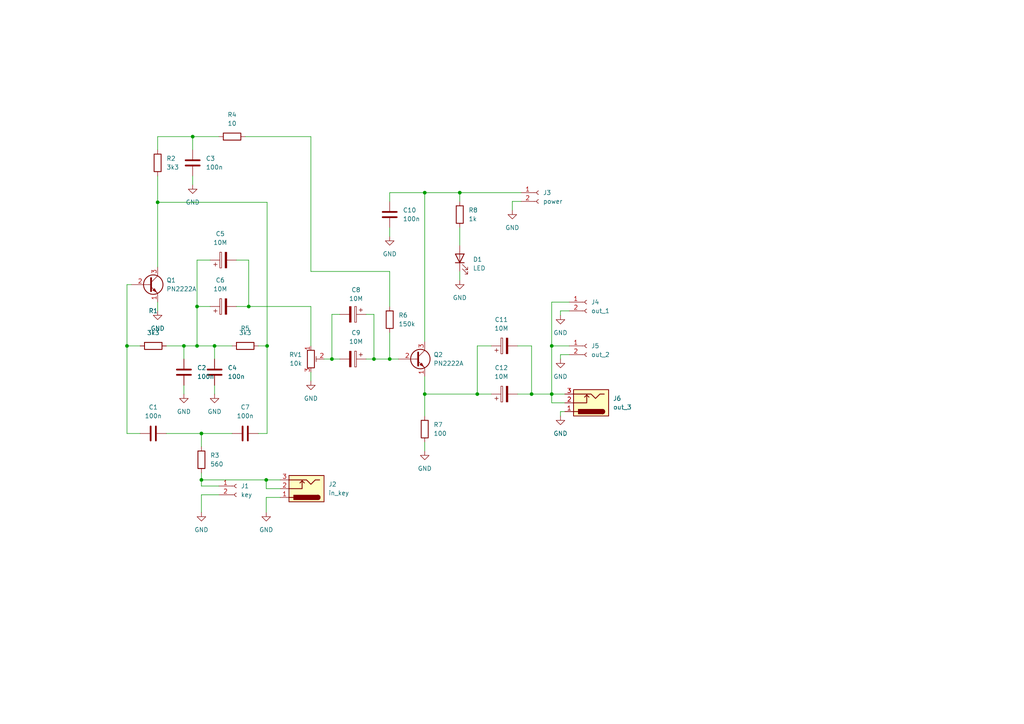
<source format=kicad_sch>
(kicad_sch (version 20211123) (generator eeschema)
  (paper "A4")
  (lib_symbols
    (symbol "Connector:Barrel_Jack_Switch_Pin3Ring" (pin_names hide)
      (property "Reference" "J" (at 0 5.334 0))
      (property "Value" "Barrel_Jack_Switch_Pin3Ring" (at 0 -5.08 0))
      (symbol "Barrel_Jack_Switch_Pin3Ring_0_1"
        (rectangle (start -5.08 3.81) (end 5.08 -3.81) (stroke (width 0.254)) (fill (type background)))
        (arc (start -3.302 3.175) (mid -3.937 2.54) (end -3.302 1.905) (stroke (width 0.254)))
        (arc (start -3.302 3.175) (mid -3.937 2.54) (end -3.302 1.905) (stroke (width 0.254)) (fill (type outline)))
        (polyline (pts (xy 1.27 -2.286) (xy 1.905 -1.651)) (stroke (width 0.254)))
        (polyline (pts (xy 5.08 2.54) (xy 3.81 2.54)) (stroke (width 0.254)))
        (polyline (pts (xy 5.08 0) (xy 1.27 0) (xy 1.27 -2.286) (xy 0.635 -1.651)) (stroke (width 0.254)))
        (polyline (pts (xy -3.81 -2.54) (xy -2.54 -2.54) (xy -1.27 -1.27) (xy 0 -2.54) (xy 2.54 -2.54) (xy 5.08 -2.54)) (stroke (width 0.254)))
        (rectangle (start 3.683 3.175) (end -3.302 1.905) (stroke (width 0.254)) (fill (type outline)))
      )
      (symbol "Barrel_Jack_Switch_Pin3Ring_1_1"
        (pin passive line (at 7.62 2.54 180) (length 2.54) (name "~") (number "1"))
        (pin passive line (at 7.62 0 180) (length 2.54) (name "~") (number "2"))
        (pin passive line (at 7.62 -2.54 180) (length 2.54) (name "~") (number "3"))
      )
    )
    (symbol "Connector:Conn_01x02_Female" (pin_names (offset 1.016) hide)
      (property "Reference" "J" (at 0 2.54 0))
      (property "Value" "Conn_01x02_Female" (at 0 -5.08 0))
      (symbol "Conn_01x02_Female_1_1"
        (arc (start 0 -2.032) (mid -0.508 -2.54) (end 0 -3.048) (stroke (width 0.1524)))
        (polyline (pts (xy -1.27 -2.54) (xy -0.508 -2.54)) (stroke (width 0.1524)))
        (polyline (pts (xy -1.27 0) (xy -0.508 0)) (stroke (width 0.1524)))
        (arc (start 0 0.508) (mid -0.508 0) (end 0 -0.508) (stroke (width 0.1524)))
        (pin passive line (at -5.08 0 0) (length 3.81) (name "Pin_1") (number "1"))
        (pin passive line (at -5.08 -2.54 0) (length 3.81) (name "Pin_2") (number "2"))
      )
    )
    (symbol "Device:C" (pin_numbers hide) (pin_names (offset 0.254))
      (property "Reference" "C" (at 0.635 2.54 0))
      (property "Value" "C" (at 0.635 -2.54 0))
      (symbol "C_0_1"
        (polyline (pts (xy -2.032 -0.762) (xy 2.032 -0.762)) (stroke (width 0.508)))
        (polyline (pts (xy -2.032 0.762) (xy 2.032 0.762)) (stroke (width 0.508)))
      )
      (symbol "C_1_1"
        (pin passive line (at 0 3.81 270) (length 2.794) (name "~") (number "1"))
        (pin passive line (at 0 -3.81 90) (length 2.794) (name "~") (number "2"))
      )
    )
    (symbol "Device:C_Polarized" (pin_numbers hide) (pin_names (offset 0.254))
      (property "Reference" "C" (at 0.635 2.54 0))
      (property "Value" "C_Polarized" (at 0.635 -2.54 0))
      (symbol "C_Polarized_0_1"
        (rectangle (start -2.286 0.508) (end 2.286 1.016))
        (polyline (pts (xy -1.778 2.286) (xy -0.762 2.286)))
        (polyline (pts (xy -1.27 2.794) (xy -1.27 1.778)))
        (rectangle (start 2.286 -0.508) (end -2.286 -1.016) (fill (type outline)))
      )
      (symbol "C_Polarized_1_1"
        (pin passive line (at 0 3.81 270) (length 2.794) (name "~") (number "1"))
        (pin passive line (at 0 -3.81 90) (length 2.794) (name "~") (number "2"))
      )
    )
    (symbol "Device:LED" (pin_numbers hide) (pin_names (offset 1.016) hide)
      (property "Reference" "D" (at 0 2.54 0))
      (property "Value" "LED" (at 0 -2.54 0))
      (symbol "LED_0_1"
        (polyline (pts (xy -1.27 -1.27) (xy -1.27 1.27)) (stroke (width 0.254)))
        (polyline (pts (xy -1.27 0) (xy 1.27 0)))
        (polyline (pts (xy 1.27 -1.27) (xy 1.27 1.27) (xy -1.27 0) (xy 1.27 -1.27)) (stroke (width 0.254)))
        (polyline (pts (xy -3.048 -0.762) (xy -4.572 -2.286) (xy -3.81 -2.286) (xy -4.572 -2.286) (xy -4.572 -1.524)))
        (polyline (pts (xy -1.778 -0.762) (xy -3.302 -2.286) (xy -2.54 -2.286) (xy -3.302 -2.286) (xy -3.302 -1.524)))
      )
      (symbol "LED_1_1"
        (pin passive line (at -3.81 0 0) (length 2.54) (name "K") (number "1"))
        (pin passive line (at 3.81 0 180) (length 2.54) (name "A") (number "2"))
      )
    )
    (symbol "Device:R" (pin_numbers hide) (pin_names (offset 0))
      (property "Reference" "R" (at 2.032 0 90))
      (property "Value" "R" (at 0 0 90))
      (symbol "R_0_1"
        (rectangle (start -1.016 -2.54) (end 1.016 2.54) (stroke (width 0.254)))
      )
      (symbol "R_1_1"
        (pin passive line (at 0 3.81 270) (length 1.27) (name "~") (number "1"))
        (pin passive line (at 0 -3.81 90) (length 1.27) (name "~") (number "2"))
      )
    )
    (symbol "Device:R_Potentiometer_Trim" (pin_names (offset 1.016) hide)
      (property "Reference" "RV" (at -4.445 0 90))
      (property "Value" "R_Potentiometer_Trim" (at -2.54 0 90))
      (symbol "R_Potentiometer_Trim_0_1"
        (polyline (pts (xy 1.524 0.762) (xy 1.524 -0.762)))
        (polyline (pts (xy 2.54 0) (xy 1.524 0)))
        (rectangle (start 1.016 2.54) (end -1.016 -2.54) (stroke (width 0.254)))
      )
      (symbol "R_Potentiometer_Trim_1_1"
        (pin passive line (at 0 3.81 270) (length 1.27) (name "1") (number "1"))
        (pin passive line (at 3.81 0 180) (length 1.27) (name "2") (number "2"))
        (pin passive line (at 0 -3.81 90) (length 1.27) (name "3") (number "3"))
      )
    )
    (symbol "Transistor_BJT:PN2222A" (pin_names (offset 0) hide)
      (property "Reference" "Q" (at 5.08 1.905 0))
      (property "Value" "PN2222A" (at 5.08 0 0))
      (symbol "PN2222A_0_1"
        (polyline (pts (xy 0 0) (xy 0.635 0)))
        (polyline (pts (xy 2.54 -2.54) (xy 0.635 -0.635)))
        (polyline (pts (xy 2.54 2.54) (xy 0.635 0.635)))
        (polyline (pts (xy 0.635 1.905) (xy 0.635 -1.905) (xy 0.635 -1.905)) (stroke (width 0.508)))
        (polyline (pts (xy 2.413 -2.413) (xy 1.905 -1.905) (xy 1.905 -1.905)))
        (polyline (pts (xy 1.143 -1.651) (xy 1.651 -1.143) (xy 2.159 -2.159) (xy 1.143 -1.651) (xy 1.143 -1.651)) (fill (type outline)))
        (circle (center 1.27 0) (radius 2.8194) (stroke (width 0.254)))
      )
      (symbol "PN2222A_1_1"
        (pin passive line (at 2.54 -5.08 90) (length 2.54) (name "E") (number "1"))
        (pin input line (at -5.08 0 0) (length 5.08) (name "B") (number "2"))
        (pin passive line (at 2.54 5.08 270) (length 2.54) (name "C") (number "3"))
      )
    )
    (symbol "power:GND" (power) (pin_names (offset 0))
      (property "Value" "GND" (at 0 -3.81 0))
      (symbol "GND_0_1"
        (polyline (pts (xy 0 0) (xy 0 -1.27) (xy 1.27 -1.27) (xy 0 -2.54) (xy -1.27 -1.27) (xy 0 -1.27)))
      )
      (symbol "GND_1_1"
        (pin power_in line (at 0 0 270) (length 0) hide (name "GND") (number "1"))
      )
    )
  )
  (junction (at 55.88 39.624))
  (junction (at 77.216 139.192))
  (junction (at 58.42 139.192))
  (junction (at 133.35 55.88))
  (junction (at 160.02 100.33))
  (junction (at 72.136 88.9))
  (junction (at 108.458 104.14))
  (junction (at 96.266 104.14))
  (junction (at 58.42 125.73))
  (junction (at 123.19 55.88))
  (junction (at 160.02 114.3))
  (junction (at 62.23 100.33))
  (junction (at 154.178 114.3))
  (junction (at 57.15 100.33))
  (junction (at 138.43 114.3))
  (junction (at 77.47 100.33))
  (junction (at 123.19 114.3))
  (junction (at 53.34 100.33))
  (junction (at 45.72 58.674))
  (junction (at 36.83 100.33))
  (junction (at 113.03 104.14))
  (junction (at 57.15 88.9))
  (wire (pts (xy 162.56 90.17) (xy 162.56 91.44)))
  (wire (pts (xy 133.35 55.88) (xy 133.35 58.42)))
  (wire (pts (xy 163.83 119.38) (xy 162.56 119.38)))
  (wire (pts (xy 60.96 75.438) (xy 57.15 75.438)))
  (wire (pts (xy 123.19 109.22) (xy 123.19 114.3)))
  (wire (pts (xy 96.266 104.14) (xy 98.552 104.14)))
  (wire (pts (xy 58.42 139.192) (xy 58.42 140.97)))
  (wire (pts (xy 133.35 66.04) (xy 133.35 71.12)))
  (wire (pts (xy 113.03 78.74) (xy 113.03 88.9)))
  (wire (pts (xy 62.23 111.76) (xy 62.23 114.3)))
  (wire (pts (xy 160.02 87.63) (xy 160.02 100.33)))
  (wire (pts (xy 113.03 58.42) (xy 113.03 55.88)))
  (wire (pts (xy 81.28 141.732) (xy 77.216 141.732)))
  (wire (pts (xy 62.23 104.14) (xy 62.23 100.33)))
  (wire (pts (xy 113.03 96.52) (xy 113.03 104.14)))
  (wire (pts (xy 90.17 78.74) (xy 113.03 78.74)))
  (wire (pts (xy 123.19 55.88) (xy 133.35 55.88)))
  (wire (pts (xy 160.02 114.3) (xy 160.02 116.84)))
  (wire (pts (xy 160.02 114.3) (xy 163.83 114.3)))
  (wire (pts (xy 165.1 102.87) (xy 162.56 102.87)))
  (wire (pts (xy 81.28 144.272) (xy 77.216 144.272)))
  (wire (pts (xy 160.02 100.33) (xy 160.02 114.3)))
  (wire (pts (xy 55.88 51.054) (xy 55.88 53.594)))
  (wire (pts (xy 113.03 66.04) (xy 113.03 68.58)))
  (wire (pts (xy 57.15 100.33) (xy 62.23 100.33)))
  (wire (pts (xy 48.26 100.33) (xy 53.34 100.33)))
  (wire (pts (xy 58.42 140.97) (xy 63.5 140.97)))
  (wire (pts (xy 162.56 119.38) (xy 162.56 120.65)))
  (wire (pts (xy 63.5 39.624) (xy 55.88 39.624)))
  (wire (pts (xy 36.83 125.73) (xy 40.64 125.73)))
  (wire (pts (xy 53.34 100.33) (xy 57.15 100.33)))
  (wire (pts (xy 58.42 143.51) (xy 63.5 143.51)))
  (wire (pts (xy 93.98 104.14) (xy 96.266 104.14)))
  (wire (pts (xy 58.42 148.59) (xy 58.42 143.51)))
  (wire (pts (xy 160.02 100.33) (xy 165.1 100.33)))
  (wire (pts (xy 55.88 39.624) (xy 45.72 39.624)))
  (wire (pts (xy 36.83 100.33) (xy 36.83 125.73)))
  (wire (pts (xy 150.114 114.3) (xy 154.178 114.3)))
  (wire (pts (xy 113.03 104.14) (xy 115.57 104.14)))
  (wire (pts (xy 58.42 125.73) (xy 58.42 129.54)))
  (wire (pts (xy 165.1 90.17) (xy 162.56 90.17)))
  (wire (pts (xy 68.58 75.438) (xy 72.136 75.438)))
  (wire (pts (xy 55.88 39.624) (xy 55.88 43.434)))
  (wire (pts (xy 58.42 137.16) (xy 58.42 139.192)))
  (wire (pts (xy 163.83 116.84) (xy 160.02 116.84)))
  (wire (pts (xy 45.72 39.624) (xy 45.72 43.434)))
  (wire (pts (xy 123.19 128.27) (xy 123.19 130.81)))
  (wire (pts (xy 45.72 58.674) (xy 45.72 51.054)))
  (wire (pts (xy 77.216 139.192) (xy 58.42 139.192)))
  (wire (pts (xy 162.56 102.87) (xy 162.56 104.14)))
  (wire (pts (xy 60.96 88.9) (xy 57.15 88.9)))
  (wire (pts (xy 165.1 87.63) (xy 160.02 87.63)))
  (wire (pts (xy 154.178 114.3) (xy 160.02 114.3)))
  (wire (pts (xy 71.12 39.624) (xy 90.17 39.624)))
  (wire (pts (xy 133.35 55.88) (xy 151.13 55.88)))
  (wire (pts (xy 142.494 100.33) (xy 138.43 100.33)))
  (wire (pts (xy 36.83 82.55) (xy 36.83 100.33)))
  (wire (pts (xy 48.26 125.73) (xy 58.42 125.73)))
  (wire (pts (xy 58.42 125.73) (xy 67.31 125.73)))
  (wire (pts (xy 113.03 55.88) (xy 123.19 55.88)))
  (wire (pts (xy 74.93 100.33) (xy 77.47 100.33)))
  (wire (pts (xy 154.178 100.33) (xy 154.178 114.3)))
  (wire (pts (xy 74.93 125.73) (xy 77.47 125.73)))
  (wire (pts (xy 77.47 58.674) (xy 45.72 58.674)))
  (wire (pts (xy 77.216 144.272) (xy 77.216 148.59)))
  (wire (pts (xy 77.47 125.73) (xy 77.47 100.33)))
  (wire (pts (xy 90.17 39.624) (xy 90.17 78.74)))
  (wire (pts (xy 148.59 58.42) (xy 148.59 60.96)))
  (wire (pts (xy 57.15 88.9) (xy 57.15 100.33)))
  (wire (pts (xy 151.13 58.42) (xy 148.59 58.42)))
  (wire (pts (xy 138.43 100.33) (xy 138.43 114.3)))
  (wire (pts (xy 133.35 78.74) (xy 133.35 81.28)))
  (wire (pts (xy 77.47 100.33) (xy 77.47 58.674)))
  (wire (pts (xy 98.552 91.186) (xy 96.266 91.186)))
  (wire (pts (xy 123.19 114.3) (xy 123.19 120.65)))
  (wire (pts (xy 123.19 114.3) (xy 138.43 114.3)))
  (wire (pts (xy 90.17 107.95) (xy 90.17 110.49)))
  (wire (pts (xy 72.136 88.9) (xy 90.17 88.9)))
  (wire (pts (xy 72.136 75.438) (xy 72.136 88.9)))
  (wire (pts (xy 138.43 114.3) (xy 142.494 114.3)))
  (wire (pts (xy 90.17 88.9) (xy 90.17 100.33)))
  (wire (pts (xy 150.114 100.33) (xy 154.178 100.33)))
  (wire (pts (xy 38.1 82.55) (xy 36.83 82.55)))
  (wire (pts (xy 81.28 139.192) (xy 77.216 139.192)))
  (wire (pts (xy 45.72 87.63) (xy 45.72 90.17)))
  (wire (pts (xy 68.58 88.9) (xy 72.136 88.9)))
  (wire (pts (xy 62.23 100.33) (xy 67.31 100.33)))
  (wire (pts (xy 123.19 55.88) (xy 123.19 99.06)))
  (wire (pts (xy 108.458 91.186) (xy 108.458 104.14)))
  (wire (pts (xy 53.34 104.14) (xy 53.34 100.33)))
  (wire (pts (xy 45.72 58.674) (xy 45.72 77.47)))
  (wire (pts (xy 108.458 104.14) (xy 113.03 104.14)))
  (wire (pts (xy 77.216 141.732) (xy 77.216 139.192)))
  (wire (pts (xy 57.15 75.438) (xy 57.15 88.9)))
  (wire (pts (xy 106.172 91.186) (xy 108.458 91.186)))
  (wire (pts (xy 106.172 104.14) (xy 108.458 104.14)))
  (wire (pts (xy 36.83 100.33) (xy 40.64 100.33)))
  (wire (pts (xy 53.34 111.76) (xy 53.34 114.3)))
  (wire (pts (xy 96.266 91.186) (xy 96.266 104.14)))
  (symbol (lib_id "Device:R") (at 58.42 133.35 180) (unit 1)
    (property "Reference" "R3" (at 60.96 132.0799 0) (effects (justify right)))
    (property "Value" "560" (at 60.96 134.6199 0) (effects (justify right)))
    (property "Footprint" "Resistor_SMD:R_1206_3216Metric_Pad1.30x1.75mm_HandSolder" (effects hide))
  )
  (symbol (lib_id "Device:LED") (at 133.35 74.93 90) (unit 1)
    (property "Reference" "D1" (at 137.16 75.2474 90) (effects (justify right)))
    (property "Value" "LED" (at 137.16 77.7874 90) (effects (justify right)))
    (property "Footprint" "LED_THT:LED_D3.0mm" (effects hide))
  )
  (symbol (lib_id "Connector:Conn_01x02_Female") (at 68.58 140.97 0) (unit 1)
    (property "Reference" "J1" (at 69.85 140.9699 0) (effects (justify left)))
    (property "Value" "key" (at 69.85 143.5099 0) (effects (justify left)))
    (property "Footprint" "A_library:PinHeader_1x02_P2.54mm_Vertical" (effects hide))
  )
  (symbol (lib_id "Device:C") (at 113.03 62.23 0) (unit 1)
    (property "Reference" "C10" (at 116.84 60.9599 0) (effects (justify left)))
    (property "Value" "100n" (at 116.84 63.4999 0) (effects (justify left)))
    (property "Footprint" "A_library:C_Disc_D5.0mm_W2.5mm_P2.50mm" (effects hide))
  )
  (symbol (lib_id "Device:C_Polarized") (at 102.362 91.186 270) (unit 1)
    (property "Reference" "C8" (at 103.251 84.074 90))
    (property "Value" "10M" (at 103.251 86.614 90))
    (property "Footprint" "Capacitor_THT:CP_Radial_D7.5mm_P2.50mm" (effects hide))
  )
  (symbol (lib_id "Device:C_Polarized") (at 64.77 75.438 90) (unit 1)
    (property "Reference" "C5" (at 63.881 67.818 90))
    (property "Value" "10M" (at 63.881 70.358 90))
    (property "Footprint" "Capacitor_THT:CP_Radial_D7.5mm_P2.50mm" (effects hide))
  )
  (symbol (lib_id "Transistor_BJT:PN2222A") (at 43.18 82.55 0) (unit 1)
    (property "Reference" "Q1" (at 48.26 81.2799 0) (effects (justify left)))
    (property "Value" "PN2222A" (at 48.26 83.8199 0) (effects (justify left)))
    (property "Footprint" "A_library:TO-92L_HandSolder" (effects hide))
    (property "Datasheet" "https://www.onsemi.com/pub/Collateral/PN2222-D.PDF" (effects hide))
  )
  (symbol (lib_id "power:GND") (at 113.03 68.58 0) (unit 1)
    (property "Reference" "#PWR08" (effects hide))
    (property "Value" "GND" (at 113.03 73.66 0))
  )
  (symbol (lib_id "power:GND") (at 55.88 53.594 0) (unit 1)
    (property "Reference" "#PWR03" (effects hide))
    (property "Value" "GND" (at 55.88 58.674 0))
  )
  (symbol (lib_id "Device:C_Polarized") (at 102.362 104.14 270) (unit 1)
    (property "Reference" "C9" (at 103.251 96.52 90))
    (property "Value" "10M" (at 103.251 99.06 90))
    (property "Footprint" "Capacitor_THT:CP_Radial_D7.5mm_P2.50mm" (effects hide))
  )
  (symbol (lib_id "Device:R") (at 67.31 39.624 90) (unit 1)
    (property "Reference" "R4" (at 67.31 33.274 90))
    (property "Value" "10" (at 67.31 35.814 90))
    (property "Footprint" "Resistor_SMD:R_1206_3216Metric_Pad1.30x1.75mm_HandSolder" (effects hide))
  )
  (symbol (lib_id "Device:C") (at 62.23 107.95 0) (unit 1)
    (property "Reference" "C4" (at 66.04 106.6799 0) (effects (justify left)))
    (property "Value" "100n" (at 66.04 109.2199 0) (effects (justify left)))
    (property "Footprint" "A_library:C_Disc_D5.0mm_W2.5mm_P2.50mm" (effects hide))
  )
  (symbol (lib_id "power:GND") (at 53.34 114.3 0) (unit 1)
    (property "Reference" "#PWR02" (effects hide))
    (property "Value" "GND" (at 53.34 119.38 0))
  )
  (symbol (lib_id "power:GND") (at 58.42 148.59 0) (unit 1)
    (property "Reference" "#PWR04" (effects hide))
    (property "Value" "GND" (at 58.42 153.67 0))
  )
  (symbol (lib_id "Device:C") (at 71.12 125.73 90) (unit 1)
    (property "Reference" "C7" (at 71.12 118.11 90))
    (property "Value" "100n" (at 71.12 120.65 90))
    (property "Footprint" "A_library:C_Disc_D5.0mm_W2.5mm_P2.50mm" (effects hide))
  )
  (symbol (lib_id "Device:R_Potentiometer_Trim") (at 90.17 104.14 0) (unit 1)
    (property "Reference" "RV1" (at 87.63 102.8699 0) (effects (justify right)))
    (property "Value" "10k" (at 87.63 105.4099 0) (effects (justify right)))
    (property "Footprint" "Potentiometer_THT:Potentiometer_Piher_PT-6-H_Horizontal" (effects hide))
  )
  (symbol (lib_id "power:GND") (at 123.19 130.81 0) (unit 1)
    (property "Reference" "#PWR09" (effects hide))
    (property "Value" "GND" (at 123.19 135.89 0))
  )
  (symbol (lib_id "Device:C_Polarized") (at 146.304 100.33 90) (unit 1)
    (property "Reference" "C11" (at 145.415 92.71 90))
    (property "Value" "10M" (at 145.415 95.25 90))
    (property "Footprint" "Capacitor_THT:CP_Radial_D7.5mm_P2.50mm" (effects hide))
  )
  (symbol (lib_id "power:GND") (at 90.17 110.49 0) (unit 1)
    (property "Reference" "#PWR07" (effects hide))
    (property "Value" "GND" (at 90.17 115.57 0))
  )
  (symbol (lib_id "Device:R") (at 113.03 92.71 180) (unit 1)
    (property "Reference" "R6" (at 115.57 91.4399 0) (effects (justify right)))
    (property "Value" "150k" (at 115.57 93.9799 0) (effects (justify right)))
    (property "Footprint" "Resistor_SMD:R_1206_3216Metric_Pad1.30x1.75mm_HandSolder" (effects hide))
  )
  (symbol (lib_id "Device:R") (at 71.12 100.33 90) (unit 1)
    (property "Reference" "R5" (at 71.12 95.25 90))
    (property "Value" "3k3" (at 71.12 96.52 90))
    (property "Footprint" "Resistor_SMD:R_1206_3216Metric_Pad1.30x1.75mm_HandSolder" (effects hide))
  )
  (symbol (lib_id "power:GND") (at 62.23 114.3 0) (unit 1)
    (property "Reference" "#PWR05" (effects hide))
    (property "Value" "GND" (at 62.23 119.38 0))
  )
  (symbol (lib_id "Device:C") (at 44.45 125.73 90) (unit 1)
    (property "Reference" "C1" (at 44.45 118.11 90))
    (property "Value" "100n" (at 44.45 120.65 90))
    (property "Footprint" "A_library:C_Disc_D5.0mm_W2.5mm_P2.50mm" (effects hide))
  )
  (symbol (lib_id "Connector:Conn_01x02_Female") (at 170.18 100.33 0) (unit 1)
    (property "Reference" "J5" (at 171.45 100.3299 0) (effects (justify left)))
    (property "Value" "out_2" (at 171.45 102.8699 0) (effects (justify left)))
    (property "Footprint" "A_library:PinHeader_1x02_P2.54mm_Vertical" (effects hide))
  )
  (symbol (lib_id "Device:C") (at 55.88 47.244 0) (unit 1)
    (property "Reference" "C3" (at 59.69 45.9739 0) (effects (justify left)))
    (property "Value" "100n" (at 59.69 48.5139 0) (effects (justify left)))
    (property "Footprint" "A_library:C_Disc_D5.0mm_W2.5mm_P2.50mm" (effects hide))
  )
  (symbol (lib_id "power:GND") (at 162.56 91.44 0) (unit 1)
    (property "Reference" "#PWR012" (effects hide))
    (property "Value" "GND" (at 162.56 96.52 0))
  )
  (symbol (lib_id "Connector:Conn_01x02_Female") (at 156.21 55.88 0) (unit 1)
    (property "Reference" "J3" (at 157.48 55.8799 0) (effects (justify left)))
    (property "Value" "power" (at 157.48 58.4199 0) (effects (justify left)))
    (property "Footprint" "A_library:PinHeader_1x02_P2.54mm_Vertical" (effects hide))
  )
  (symbol (lib_id "Device:C_Polarized") (at 146.304 114.3 90) (unit 1)
    (property "Reference" "C12" (at 145.415 106.68 90))
    (property "Value" "10M" (at 145.415 109.22 90))
    (property "Footprint" "Capacitor_THT:CP_Radial_D7.5mm_P2.50mm" (effects hide))
  )
  (symbol (lib_id "Transistor_BJT:PN2222A") (at 120.65 104.14 0) (unit 1)
    (property "Reference" "Q2" (at 125.73 102.8699 0) (effects (justify left)))
    (property "Value" "PN2222A" (at 125.73 105.4099 0) (effects (justify left)))
    (property "Footprint" "A_library:TO-92L_HandSolder" (effects hide))
    (property "Datasheet" "https://www.onsemi.com/pub/Collateral/PN2222-D.PDF" (effects hide))
  )
  (symbol (lib_id "power:GND") (at 148.59 60.96 0) (unit 1)
    (property "Reference" "#PWR011" (effects hide))
    (property "Value" "GND" (at 148.59 66.04 0))
  )
  (symbol (lib_id "Device:R") (at 123.19 124.46 180) (unit 1)
    (property "Reference" "R7" (at 125.73 123.1899 0) (effects (justify right)))
    (property "Value" "100" (at 125.73 125.7299 0) (effects (justify right)))
    (property "Footprint" "Resistor_SMD:R_1206_3216Metric_Pad1.30x1.75mm_HandSolder" (effects hide))
  )
  (symbol (lib_id "Device:R") (at 44.45 100.33 90) (unit 1)
    (property "Reference" "R1" (at 44.45 90.17 90))
    (property "Value" "3k3" (at 44.45 96.52 90))
    (property "Footprint" "Resistor_SMD:R_1206_3216Metric_Pad1.30x1.75mm_HandSolder" (effects hide))
  )
  (symbol (lib_id "Device:R") (at 45.72 47.244 0) (unit 1)
    (property "Reference" "R2" (at 48.26 45.9739 0) (effects (justify left)))
    (property "Value" "3k3" (at 48.26 48.5139 0) (effects (justify left)))
    (property "Footprint" "Resistor_SMD:R_1206_3216Metric_Pad1.30x1.75mm_HandSolder" (effects hide))
  )
  (symbol (lib_id "Connector:Barrel_Jack_Switch_Pin3Ring") (at 88.9 141.732 180) (unit 1)
    (property "Reference" "J2" (at 95.25 140.4619 0) (effects (justify right)))
    (property "Value" "in_key" (at 95.25 143.0019 0) (effects (justify right)))
    (property "Footprint" "A_library:PinHeader_1x02_P2.54mm_Vertical" (effects hide))
  )
  (symbol (lib_id "Connector:Barrel_Jack_Switch_Pin3Ring") (at 171.45 116.84 180) (unit 1)
    (property "Reference" "J6" (at 177.8 115.5699 0) (effects (justify right)))
    (property "Value" "out_3" (at 177.8 118.1099 0) (effects (justify right)))
    (property "Footprint" "A_library:PinHeader_1x02_P2.54mm_Vertical" (effects hide))
  )
  (symbol (lib_id "power:GND") (at 133.35 81.28 0) (unit 1)
    (property "Reference" "#PWR010" (effects hide))
    (property "Value" "GND" (at 133.35 86.36 0))
  )
  (symbol (lib_id "power:GND") (at 77.216 148.59 0) (unit 1)
    (property "Reference" "#PWR06" (effects hide))
    (property "Value" "GND" (at 77.216 153.67 0))
  )
  (symbol (lib_id "power:GND") (at 162.56 120.65 0) (unit 1)
    (property "Reference" "#PWR014" (effects hide))
    (property "Value" "GND" (at 162.56 125.73 0))
  )
  (symbol (lib_id "Device:C") (at 53.34 107.95 180) (unit 1)
    (property "Reference" "C2" (at 57.15 106.6799 0) (effects (justify right)))
    (property "Value" "100n" (at 57.15 109.2199 0) (effects (justify right)))
    (property "Footprint" "A_library:C_Disc_D5.0mm_W2.5mm_P2.50mm" (effects hide))
  )
  (symbol (lib_id "Connector:Conn_01x02_Female") (at 170.18 87.63 0) (unit 1)
    (property "Reference" "J4" (at 171.45 87.6299 0) (effects (justify left)))
    (property "Value" "out_1" (at 171.45 90.1699 0) (effects (justify left)))
    (property "Footprint" "A_library:PinHeader_1x02_P2.54mm_Vertical" (effects hide))
  )
  (symbol (lib_id "power:GND") (at 45.72 90.17 0) (unit 1)
    (property "Reference" "#PWR01" (effects hide))
    (property "Value" "GND" (at 45.72 95.25 0))
  )
  (symbol (lib_id "Device:C_Polarized") (at 64.77 88.9 90) (unit 1)
    (property "Reference" "C6" (at 63.881 81.28 90))
    (property "Value" "10M" (at 63.881 83.82 90))
    (property "Footprint" "Capacitor_THT:CP_Radial_D7.5mm_P2.50mm" (effects hide))
  )
  (symbol (lib_id "Device:R") (at 133.35 62.23 180) (unit 1)
    (property "Reference" "R8" (at 135.89 60.9599 0) (effects (justify right)))
    (property "Value" "1k" (at 135.89 63.4999 0) (effects (justify right)))
    (property "Footprint" "Resistor_SMD:R_1206_3216Metric_Pad1.30x1.75mm_HandSolder" (effects hide))
  )
  (symbol (lib_id "power:GND") (at 162.56 104.14 0) (unit 1)
    (property "Reference" "#PWR013" (effects hide))
    (property "Value" "GND" (at 162.56 109.22 0))
  )
)
</source>
